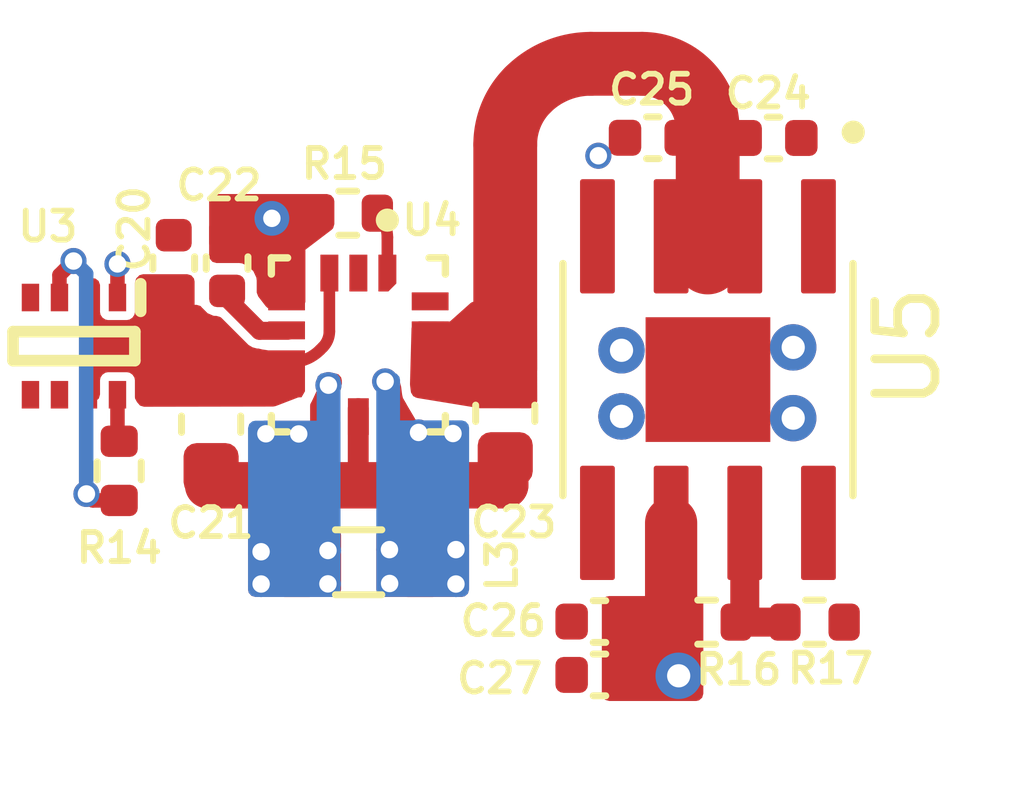
<source format=kicad_pcb>
(kicad_pcb (version 20240108) (generator "pcbnew") (generator_version "8.0")
  (layers (0 "F.Cu" signal) (1 "In1.Cu" signal) (2 "In2.Cu" signal) (31 "B.Cu" signal) (34 "B.Paste" user) (35 "F.Paste" user) (36 "B.SilkS" user "B.Silkscreen") (37 "F.SilkS" user "F.Silkscreen") (38 "B.Mask" user) (39 "F.Mask" user) (44 "Edge.Cuts" user))
  (net 0 "")
  (net 1 "GND")
  (net 2 "+3V3")
  (net 3 "VBUS")
  (net 4 "RBUS_uC_V")
  (net 5 "/Power/BBIN")
  (net 6 "/Power/BIAS")
  (net 7 "/Power/BBOUT")
  (net 8 "/Power/LX1")
  (net 9 "/Power/LX2")
  (net 10 "/Power/SEL")
  (net 11 "/Power/FBIn")
  (net 12 "Net-(U3-ST)")
  (footprint "Resistor_SMD:R_0402_1005Metric" (layer "F.Cu") (at 180.817285 91.79)
    (property "Reference" "R17" (at 0.272715 0.8 0) (layer "F.SilkS") (effects (font (size 0.5 0.5) (thickness 0.1))))
    (property "Value" "10k")
    (fp_line (start -0.153641 -0.38) (end 0.153641 -0.38) (stroke (width 0.12)) (layer "F.SilkS"))
    (fp_line (start -0.153641 0.38) (end 0.153641 0.38) (stroke (width 0.12)) (layer "F.SilkS"))
    (pad "1" smd roundrect (at -0.51 0) (size 0.54 0.64) (layers "F.Cu" "F.Paste" "F.Mask") (net 11 "/Power/FBIn"))
    (pad "2" smd roundrect (at 0.51 0) (size 0.54 0.64) (layers "F.Cu" "F.Paste" "F.Mask") (net 1 "GND"))
  )
  (footprint "Capacitor_SMD:C_0402_1005Metric" (layer "F.Cu") (at 178.03 83.44 180)
    (property "Reference" "C25" (at 0.02 0.83 0) (layer "F.SilkS") (effects (font (size 0.5 0.5) (thickness 0.1))))
    (property "Value" "4.7uF")
    (fp_line (start -0.107836 0.36) (end 0.107836 0.36) (stroke (width 0.12)) (layer "F.SilkS"))
    (fp_line (start -0.107836 -0.36) (end 0.107836 -0.36) (stroke (width 0.12)) (layer "F.SilkS"))
    (pad "1" smd roundrect (at -0.48 0 180) (size 0.56 0.62) (layers "F.Cu" "F.Paste" "F.Mask") (net 7 "/Power/BBOUT"))
    (pad "2" smd roundrect (at 0.48 0 180) (size 0.56 0.62) (layers "F.Cu" "F.Paste" "F.Mask") (net 1 "GND"))
  )
  (footprint "iclr:SOTFL50P160X60-8N" (layer "F.Cu") (at 168.05 87.032 -90)
    (property "Reference" "U3" (at -2.062 0.45 180) (layer "F.SilkS") (effects (font (size 0.5 0.5) (thickness 0.1))))
    (property "Value" "LM66200DRLR" (hide yes))
    (fp_line (start -0.25 1.05) (end -0.25 -1.05) (stroke (width 0.2)) (layer "F.SilkS"))
    (fp_line (start 0.25 1.05) (end -0.25 1.05) (stroke (width 0.2)) (layer "F.SilkS"))
    (fp_line (start -0.25 -1.05) (end 0.25 -1.05) (stroke (width 0.2)) (layer "F.SilkS"))
    (fp_line (start 0.25 -1.05) (end 0.25 1.05) (stroke (width 0.2)) (layer "F.SilkS"))
    (fp_line (start -1.075 -1.15) (end -0.6 -1.15) (stroke (width 0.2)) (layer "F.SilkS"))
    (pad "1" smd rect (at -0.838 -0.75) (size 0.3 0.475) (layers "F.Cu" "F.Paste" "F.Mask") (net 1 "GND"))
    (pad "2" smd rect (at -0.838 -0.25) (size 0.3 0.475) (layers "F.Cu" "F.Paste" "F.Mask") (net 5 "/Power/BBIN"))
    (pad "3" smd rect (at -0.838 0.25) (size 0.3 0.475) (layers "F.Cu" "F.Paste" "F.Mask") (net 3 "VBUS"))
    (pad "4" smd rect (at -0.838 0.75) (size 0.3 0.475) (layers "F.Cu" "F.Paste" "F.Mask") (net 1 "GND"))
    (pad "5" smd rect (at 0.838 0.75) (size 0.3 0.475) (layers "F.Cu" "F.Paste" "F.Mask") (net 1 "GND"))
    (pad "6" smd rect (at 0.838 0.25) (size 0.3 0.475) (layers "F.Cu" "F.Paste" "F.Mask") (net 4 "RBUS_uC_V"))
    (pad "7" smd rect (at 0.838 -0.25) (size 0.3 0.475) (layers "F.Cu" "F.Paste" "F.Mask") (net 5 "/Power/BBIN"))
    (pad "8" smd rect (at 0.838 -0.75) (size 0.3 0.475) (layers "F.Cu" "F.Paste" "F.Mask") (net 12 "Net-(U3-ST)"))
  )
  (footprint "Capacitor_SMD:C_0402_1005Metric" (layer "F.Cu") (at 177.11 92.7)
    (property "Reference" "C27" (at -1.72 0.06 180) (layer "F.SilkS") (effects (font (size 0.5 0.5) (thickness 0.1))))
    (property "Value" "0.1uF")
    (fp_line (start -0.107836 -0.36) (end 0.107836 -0.36) (stroke (width 0.12)) (layer "F.SilkS"))
    (fp_line (start -0.107836 0.36) (end 0.107836 0.36) (stroke (width 0.12)) (layer "F.SilkS"))
    (pad "1" smd roundrect (at -0.48 0) (size 0.56 0.62) (layers "F.Cu" "F.Paste" "F.Mask") (net 1 "GND"))
    (pad "2" smd roundrect (at 0.48 0) (size 0.56 0.62) (layers "F.Cu" "F.Paste" "F.Mask") (net 2 "+3V3"))
  )
  (footprint "Capacitor_SMD:C_0603_1608Metric" (layer "F.Cu") (at 175.485 88.19 -90)
    (property "Reference" "C23" (at 1.88 -0.145 180) (layer "F.SilkS") (effects (font (size 0.5 0.5) (thickness 0.1))))
    (property "Value" "22uF")
    (fp_line (start -0.14058 0.51) (end 0.14058 0.51) (stroke (width 0.12)) (layer "F.SilkS"))
    (fp_line (start -0.14058 -0.51) (end 0.14058 -0.51) (stroke (width 0.12)) (layer "F.SilkS"))
    (pad "1" smd roundrect (at -0.775 0 270) (size 0.9 0.95) (layers "F.Cu" "F.Paste" "F.Mask") (net 7 "/Power/BBOUT"))
    (pad "2" smd roundrect (at 0.775 0 270) (size 0.9 0.95) (layers "F.Cu" "F.Paste" "F.Mask") (net 1 "GND"))
  )
  (footprint "Resistor_SMD:R_0402_1005Metric" (layer "F.Cu") (at 168.83 89.182 90)
    (property "Reference" "R14" (at -1.328 0 0) (layer "F.SilkS") (effects (font (size 0.5 0.5) (thickness 0.1))))
    (property "Value" "10k")
    (fp_line (start -0.153641 -0.38) (end 0.153641 -0.38) (stroke (width 0.12)) (layer "F.SilkS"))
    (fp_line (start -0.153641 0.38) (end 0.153641 0.38) (stroke (width 0.12)) (layer "F.SilkS"))
    (pad "1" smd roundrect (at -0.51 0 90) (size 0.54 0.64) (layers "F.Cu" "F.Paste" "F.Mask") (net 3 "VBUS"))
    (pad "2" smd roundrect (at 0.51 0 90) (size 0.54 0.64) (layers "F.Cu" "F.Paste" "F.Mask") (net 12 "Net-(U3-ST)"))
  )
  (footprint "Capacitor_SMD:C_0402_1005Metric" (layer "F.Cu") (at 169.77 85.6 90)
    (property "Reference" "C20" (at 0.59 -0.68 -90) (layer "F.SilkS") (effects (font (size 0.5 0.5) (thickness 0.1))))
    (property "Value" "10uF")
    (fp_line (start -0.107836 -0.36) (end 0.107836 -0.36) (stroke (width 0.12)) (layer "F.SilkS"))
    (fp_line (start -0.107836 0.36) (end 0.107836 0.36) (stroke (width 0.12)) (layer "F.SilkS"))
    (pad "1" smd roundrect (at -0.48 0 90) (size 0.56 0.62) (layers "F.Cu" "F.Paste" "F.Mask") (net 5 "/Power/BBIN"))
    (pad "2" smd roundrect (at 0.48 0 90) (size 0.56 0.62) (layers "F.Cu" "F.Paste" "F.Mask") (net 1 "GND"))
  )
  (footprint "Resistor_SMD:R_0402_1005Metric" (layer "F.Cu") (at 178.957285 91.79)
    (property "Reference" "R16" (at 0.552715 0.82 0) (layer "F.SilkS") (effects (font (size 0.5 0.5) (thickness 0.1))))
    (property "Value" "56k")
    (fp_line (start -0.153641 -0.38) (end 0.153641 -0.38) (stroke (width 0.12)) (layer "F.SilkS"))
    (fp_line (start -0.153641 0.38) (end 0.153641 0.38) (stroke (width 0.12)) (layer "F.SilkS"))
    (pad "1" smd roundrect (at -0.51 0) (size 0.54 0.64) (layers "F.Cu" "F.Paste" "F.Mask") (net 2 "+3V3"))
    (pad "2" smd roundrect (at 0.51 0) (size 0.54 0.64) (layers "F.Cu" "F.Paste" "F.Mask") (net 11 "/Power/FBIn"))
  )
  (footprint "Resistor_SMD:R_0402_1005Metric" (layer "F.Cu") (at 172.77 84.74 180)
    (property "Reference" "R15" (at 0.06 0.85 180) (layer "F.SilkS") (effects (font (size 0.5 0.5) (thickness 0.1))))
    (property "Value" "14k")
    (fp_line (start -0.153641 0.38) (end 0.153641 0.38) (stroke (width 0.12)) (layer "F.SilkS"))
    (fp_line (start -0.153641 -0.38) (end 0.153641 -0.38) (stroke (width 0.12)) (layer "F.SilkS"))
    (pad "1" smd roundrect (at -0.51 0 180) (size 0.54 0.64) (layers "F.Cu" "F.Paste" "F.Mask") (net 10 "/Power/SEL"))
    (pad "2" smd roundrect (at 0.51 0 180) (size 0.54 0.64) (layers "F.Cu" "F.Paste" "F.Mask") (net 1 "GND"))
  )
  (footprint "Capacitor_SMD:C_0402_1005Metric" (layer "F.Cu") (at 180.109508 83.443814)
    (property "Reference" "C24" (at -0.09 -0.77 0) (layer "F.SilkS") (effects (font (size 0.5 0.5) (thickness 0.1))))
    (property "Value" "10uF")
    (fp_line (start -0.107836 -0.36) (end 0.107836 -0.36) (stroke (width 0.12)) (layer "F.SilkS"))
    (fp_line (start -0.107836 0.36) (end 0.107836 0.36) (stroke (width 0.12)) (layer "F.SilkS"))
    (pad "1" smd roundrect (at -0.48 0) (size 0.56 0.62) (layers "F.Cu" "F.Paste" "F.Mask") (net 7 "/Power/BBOUT"))
    (pad "2" smd roundrect (at 0.48 0) (size 0.56 0.62) (layers "F.Cu" "F.Paste" "F.Mask") (net 1 "GND"))
  )
  (footprint "iclr:SOIC127P599X175-9N" (layer "F.Cu") (at 178.979508 87.608814 -90)
    (property "Reference" "U5" (at -0.555885 -3.440825 90) (layer "F.SilkS") (effects (font (size 1.03889 1.03889))))
    (property "Value" "SC4215ASTRT")
    (fp_line (start -2 2.5) (end 2 2.5) (stroke (width 0.127)) (layer "F.SilkS"))
    (fp_line (start -2 -2.5) (end 2 -2.5) (stroke (width 0.127)) (layer "F.SilkS"))
    (fp_circle (center -4.265 -2.505) (end -4.165 -2.505) (stroke (width 0.2)) (fill none) (layer "F.SilkS"))
    (pad "1" smd roundrect (at -2.47 -1.905 270) (size 1.97 0.6) (layers "F.Cu" "F.Paste" "F.Mask") (roundrect_rratio 0.07))
    (pad "2" smd roundrect (at -2.47 -0.635 270) (size 1.97 0.6) (layers "F.Cu" "F.Paste" "F.Mask") (roundrect_rratio 0.07) (net 7 "/Power/BBOUT"))
    (pad "3" smd roundrect (at -2.47 0.635 270) (size 1.97 0.6) (layers "F.Cu" "F.Paste" "F.Mask") (roundrect_rratio 0.07) (net 7 "/Power/BBOUT"))
    (pad "4" smd roundrect (at -2.47 1.905 270) (size 1.97 0.6) (layers "F.Cu" "F.Paste" "F.Mask") (roundrect_rratio 0.07))
    (pad "5" smd roundrect (at 2.47 1.905 270) (size 1.97 0.6) (layers "F.Cu" "F.Paste" "F.Mask") (roundrect_rratio 0.07))
    (pad "6" smd roundrect (at 2.47 0.635 270) (size 1.97 0.6) (layers "F.Cu" "F.Paste" "F.Mask") (roundrect_rratio 0.07) (net 2 "+3V3"))
    (pad "7" smd roundrect (at 2.47 -0.635 270) (size 1.97 0.6) (layers "F.Cu" "F.Paste" "F.Mask") (roundrect_rratio 0.07) (net 11 "/Power/FBIn"))
    (pad "8" smd roundrect (at 2.47 -1.905 270) (size 1.97 0.6) (layers "F.Cu" "F.Paste" "F.Mask") (roundrect_rratio 0.07) (net 1 "GND"))
    (pad "9" smd rect (at 0 0) (size 2.15 2.15) (layers "F.Cu" "F.Mask") (net 1 "GND"))
  )
  (footprint "Capacitor_SMD:C_0402_1005Metric" (layer "F.Cu") (at 177.11 91.78)
    (property "Reference" "C26" (at -1.66 -0.01 0) (layer "F.SilkS") (effects (font (size 0.5 0.5) (thickness 0.1))))
    (property "Value" "10uF")
    (fp_line (start -0.107836 -0.36) (end 0.107836 -0.36) (stroke (width 0.12)) (layer "F.SilkS"))
    (fp_line (start -0.107836 0.36) (end 0.107836 0.36) (stroke (width 0.12)) (layer "F.SilkS"))
    (pad "1" smd roundrect (at -0.48 0) (size 0.56 0.62) (layers "F.Cu" "F.Paste" "F.Mask") (net 1 "GND"))
    (pad "2" smd roundrect (at 0.48 0) (size 0.56 0.62) (layers "F.Cu" "F.Paste" "F.Mask") (net 2 "+3V3"))
  )
  (footprint "iclr:CONV_MAX77827AEFD+T" (layer "F.Cu") (at 172.952926 87.01 -90)
    (property "Reference" "U4" (at -2.15 -1.267074 0) (layer "F.SilkS") (effects (font (size 0.5 0.5) (thickness 0.1))))
    (property "Value" "MAX77827AEFD+T")
    (fp_line (start -1.5 1.5) (end -1.22 1.5) (stroke (width 0.127)) (layer "F.SilkS"))
    (fp_line (start -1.5 1.5) (end -1.5 1.22) (stroke (width 0.127)) (layer "F.SilkS"))
    (fp_line (start 1.5 1.5) (end 1.22 1.5) (stroke (width 0.127)) (layer "F.SilkS"))
    (fp_line (start 1.5 1.5) (end 1.5 1.22) (stroke (width 0.127)) (layer "F.SilkS"))
    (fp_line (start -1.5 -1.5) (end -1.5 -1.22) (stroke (width 0.127)) (layer "F.SilkS"))
    (fp_line (start -1.5 -1.5) (end -1.22 -1.5) (stroke (width 0.127)) (layer "F.SilkS"))
    (fp_line (start 1.5 -1.5) (end 1.5 -1.22) (stroke (width 0.127)) (layer "F.SilkS"))
    (fp_line (start 1.5 -1.5) (end 1.22 -1.5) (stroke (width 0.127)) (layer "F.SilkS"))
    (fp_circle (center -2.15 -0.5) (end -2.05 -0.5) (stroke (width 0.2)) (fill none) (layer "F.SilkS"))
    (pad "1" smd custom (at -1.3 -0.5 270) (size 0.1 0.1) (layers "F.Cu") (net 10 "/Power/SEL") (options (clearance outline) (anchor rect)) (primitives (gr_poly (pts (xy -0.25 -0.15) (xy -0.25 0.15) (xy 0.375 0.15) (xy 0.375 -0.015) (xy 0.24 -0.15)) (width 0.01) (fill yes))))
    (pad "2" smd custom (at -1.3 0 270) (size 0.1 0.1) (layers "F.Cu") (options (clearance outline) (anchor rect)) (primitives (gr_poly (pts (xy -0.25 -0.15) (xy -0.25 0.15) (xy 0.375 0.15) (xy 0.375 -0.15)) (width 0.01) (fill yes))))
    (pad "3" smd custom (at -1.3 0.5 270) (size 0.1 0.1) (layers "F.Cu") (net 5 "/Power/BBIN") (options (clearance outline) (anchor rect)) (primitives (gr_poly (pts (xy -0.25 -0.15) (xy -0.25 0.15) (xy 0.375 0.15) (xy 0.375 -0.15)) (width 0.01) (fill yes))))
    (pad "4" smd custom (at -0.8 1.2 270) (size 0.1 0.1) (layers "F.Cu") (net 1 "GND") (options (clearance outline) (anchor rect)) (primitives (gr_poly (pts (xy -0.1 -0.275) (xy -0.1 0.35) (xy 0.2 0.35) (xy 0.2 -0.275)) (width 0.01) (fill yes))))
    (pad "5" smd custom (at -0.3 1.2 270) (size 0.1 0.1) (layers "F.Cu") (net 6 "/Power/BIAS") (options (clearance outline) (anchor rect)) (primitives (gr_poly (pts (xy -0.1 -0.275) (xy -0.1 0.35) (xy 0.2 0.35) (xy 0.2 -0.275)) (width 0.01) (fill yes))))
    (pad "6" smd custom (at 0.3 1.2 270) (size 0.1 0.1) (layers "F.Cu") (net 5 "/Power/BBIN") (options (clearance outline) (anchor rect)) (primitives (gr_poly (pts (xy -0.2 -0.275) (xy -0.2 0.35) (xy 0.6 0.35) (xy 0.6 -0.217) (xy 0.499 -0.275)) (width 0.01) (fill yes))))
    (pad "8" smd custom (at 1.1 0.6 270) (size 0.1 0.1) (layers "F.Cu") (net 8 "/Power/LX1") (options (clearance outline) (anchor rect)) (primitives (gr_poly (pts (xy -0.175 -0.125) (xy -0.175 0.167) (xy -0.074 0.225) (xy 0.45 0.225) (xy 0.45 -0.125)) (width 0.01) (fill yes))))
    (pad "9" smd custom (at 1.1 0 270) (size 0.1 0.1) (layers "F.Cu") (net 1 "GND") (options (clearance outline) (anchor rect)) (primitives (gr_poly (pts (xy -0.175 -0.175) (xy -0.175 0.175) (xy 0.45 0.175) (xy 0.45 -0.175)) (width 0.01) (fill yes))))
    (pad "10" smd custom (at 1.1 -0.7 270) (size 0.1 0.1) (layers "F.Cu") (net 9 "/Power/LX2") (options (clearance outline) (anchor rect)) (primitives (gr_poly (pts (xy -0.175 0.225) (xy -0.175 -0.067) (xy -0.074 -0.125) (xy 0.45 -0.125) (xy 0.45 0.225)) (width 0.01) (fill yes))))
    (pad "11" smd custom (at 0.5 -1.3 270) (size 0.1 0.1) (layers "F.Cu") (net 7 "/Power/BBOUT") (options (clearance outline) (anchor rect)) (primitives (gr_poly (pts (xy -0.4 0.375) (xy -0.4 -0.25) (xy 0.4 -0.25) (xy 0.4 0.317) (xy 0.299 0.375)) (width 0.01) (fill yes))))
    (pad "13" smd custom (at -0.3 -1.3 270) (size 0.1 0.1) (layers "F.Cu") (net 7 "/Power/BBOUT") (options (clearance outline) (anchor rect)) (primitives (gr_poly (pts (xy -0.1 0.375) (xy -0.1 -0.25) (xy 0.2 -0.25) (xy 0.2 0.375)) (width 0.01) (fill yes))))
    (pad "14" smd custom (at -0.8 -1.3 270) (size 0.1 0.1) (layers "F.Cu") (options (clearance outline) (anchor rect)) (primitives (gr_poly (pts (xy -0.1 0.375) (xy -0.1 -0.25) (xy 0.2 -0.25) (xy 0.2 0.375)) (width 0.01) (fill yes))))
  )
  (footprint "Capacitor_SMD:C_0603_1608Metric" (layer "F.Cu") (at 170.414377 88.377856 -90)
    (property "Reference" "C21" (at 1.702144 0.004377 180) (layer "F.SilkS") (effects (font (size 0.5 0.5) (thickness 0.1))))
    (property "Value" "10uF")
    (fp_line (start -0.14058 0.51) (end 0.14058 0.51) (stroke (width 0.12)) (layer "F.SilkS"))
    (fp_line (start -0.14058 -0.51) (end 0.14058 -0.51) (stroke (width 0.12)) (layer "F.SilkS"))
    (pad "1" smd roundrect (at -0.775 0 270) (size 0.9 0.95) (layers "F.Cu" "F.Paste" "F.Mask") (net 5 "/Power/BBIN"))
    (pad "2" smd roundrect (at 0.775 0 270) (size 0.9 0.95) (layers "F.Cu" "F.Paste" "F.Mask") (net 1 "GND"))
  )
  (footprint "Capacitor_SMD:C_0402_1005Metric" (layer "F.Cu") (at 170.69 85.6 90)
    (property "Reference" "C22" (at 1.34 -0.14 180) (layer "F.SilkS") (effects (font (size 0.5 0.5) (thickness 0.1))))
    (property "Value" "1uF")
    (fp_line (start -0.107836 -0.36) (end 0.107836 -0.36) (stroke (width 0.12)) (layer "F.SilkS"))
    (fp_line (start -0.107836 0.36) (end 0.107836 0.36) (stroke (width 0.12)) (layer "F.SilkS"))
    (pad "1" smd roundrect (at -0.48 0 90) (size 0.56 0.62) (layers "F.Cu" "F.Paste" "F.Mask") (net 6 "/Power/BIAS"))
    (pad "2" smd roundrect (at 0.48 0 90) (size 0.56 0.62) (layers "F.Cu" "F.Paste" "F.Mask") (net 1 "GND"))
  )
  (footprint "Inductor_SMD:L_0805_2012Metric" (layer "F.Cu") (at 172.957566 90.757961)
    (property "Reference" "L3" (at 2.470434 0.052039 90) (layer "F.SilkS") (effects (font (size 0.5 0.5) (thickness 0.1))))
    (property "Value" "1uH")
    (fp_line (start -0.399622 -0.56) (end 0.399622 -0.56) (stroke (width 0.12)) (layer "F.SilkS"))
    (fp_line (start -0.399622 0.56) (end 0.399622 0.56) (stroke (width 0.12)) (layer "F.SilkS"))
    (pad "1" smd roundrect (at -1.0625 0) (size 0.875 1.2) (layers "F.Cu" "F.Paste" "F.Mask") (net 8 "/Power/LX1"))
    (pad "2" smd roundrect (at 1.0625 0) (size 0.875 1.2) (layers "F.Cu" "F.Paste" "F.Mask") (net 9 "/Power/LX2"))
  )
  (segment (start 175.481 89.431) (end 175.485 89.427) (width 0.8) (layer "F.Cu") (net 1))
  (segment (start 172.950705 88.10939) (end 172.950705 89.241165) (width 0.36) (layer "F.Cu") (net 1))
  (segment (start 170.362537 89.431) (end 175.481 89.431) (width 0.8) (layer "F.Cu") (net 1))
  (segment (start 172.952926 89.241775) (end 172.944701 89.25) (width 0.25) (layer "F.Cu") (net 1))
  (segment (start 175.485 89.427) (end 175.485 88.965) (width 0.8) (layer "F.Cu") (net 1))
  (segment (start 168.8 86.194) (end 168.8 85.615) (width 0.25) (layer "F.Cu") (net 1))
  (via (at 171.462 84.829) (size 0.6) (drill 0.3) (layers "F.Cu" "B.Cu") (net 1))
  (via (at 177.09 83.75) (size 0.45) (drill 0.3) (layers "F.Cu" "B.Cu") (net 1))
  (via (at 177.489508 88.243814) (size 0.8) (drill 0.4) (layers "F.Cu" "B.Cu") (net 1))
  (via (at 180.449508 88.273814) (size 0.8) (drill 0.4) (layers "F.Cu" "B.Cu") (net 1))
  (via (at 180.449508 87.053814) (size 0.8) (drill 0.4) (layers "F.Cu" "B.Cu") (net 1))
  (via (at 177.489508 88.243814) (size 0.8) (drill 0.4) (layers "F.Cu" "B.Cu") (net 1))
  (via (at 168.8 85.615) (size 0.45) (drill 0.3) (layers "F.Cu" "B.Cu") (net 1))
  (via (at 177.489508 87.103814) (size 0.8) (drill 0.4) (layers "F.Cu" "B.Cu") (net 1))
  (segment (start 178.344508 90.078814) (end 178.344508 91.687223) (width 0.9) (layer "F.Cu") (net 2))
  (via (at 178.475 92.715) (size 0.8) (drill 0.4) (layers "F.Cu" "B.Cu") (net 2))
  (segment (start 168.83 89.692) (end 168.888 89.692) (width 0.25) (layer "F.Cu") (net 3))
  (segment (start 168.83 89.692) (end 168.377 89.692) (width 0.25) (layer "F.Cu") (net 3))
  (segment (start 167.8 86.194) (end 167.8 85.806917) (width 0.25) (layer "F.Cu") (net 3))
  (segment (start 168.377 89.692) (end 168.265 89.58) (width 0.25) (layer "F.Cu") (net 3))
  (segment (start 167.8 85.806917) (end 168.042084 85.564833) (width 0.25) (layer "F.Cu") (net 3))
  (via (at 168.042084 85.564833) (size 0.45) (drill 0.3) (layers "F.Cu" "B.Cu") (net 3))
  (via (at 168.265 89.58) (size 0.45) (drill 0.3) (layers "F.Cu" "B.Cu") (net 3))
  (segment (start 168.26 89.575) (end 168.26 85.782749) (width 0.25) (layer "B.Cu") (net 3))
  (segment (start 168.26 85.782749) (end 168.042084 85.564833) (width 0.25) (layer "B.Cu") (net 3))
  (segment (start 168.265 89.58) (end 168.26 89.575) (width 0.25) (layer "B.Cu") (net 3))
  (segment (start 172.452926 85.71) (end 172.452926 86.777373) (width 0.2) (layer "F.Cu") (net 5))
  (segment (start 172.34 87.05) (end 172.292132 87.097868) (width 0.2) (layer "F.Cu") (net 5))
  (segment (start 168.3 86.194) (end 168.3 87.87) (width 0.25) (layer "F.Cu") (net 5))
  (arc (start 172.292132 87.097868) (mid 172.057163 87.254869) (end 171.78 87.31) (width 0.2) (layer "F.Cu") (net 5))
  (arc (start 172.452926 86.777373) (mid 172.423577 86.924918) (end 172.34 87.05) (width 0.2) (layer "F.Cu") (net 5))
  (segment (start 170.69 86.08) (end 170.69 86.173764) (width 0.25) (layer "F.Cu") (net 6))
  (segment (start 170.671882 86.191882) (end 171.248118 86.768118) (width 0.31) (layer "F.Cu") (net 6))
  (segment (start 171.248118 86.768118) (end 171.734808 86.768118) (width 0.31) (layer "F.Cu") (net 6))
  (segment (start 170.69 86.173764) (end 170.671882 86.191882) (width 0.25) (layer "F.Cu") (net 6))
  (segment (start 176.961396 82.165) (end 177.84365 82.165) (width 1.1) (layer "F.Cu") (net 7))
  (segment (start 175.485 87.415) (end 175.485 83.556543) (width 1.1) (layer "F.Cu") (net 7))
  (segment (start 178.975 83.29635) (end 178.975 85.59) (width 1.1) (layer "F.Cu") (net 7))
  (segment (start 179.614508 85.138814) (end 178.344508 85.138814) (width 0.25) (layer "F.Cu") (net 7))
  (arc (start 177.84365 82.165) (mid 178.643635 82.496365) (end 178.975 83.29635) (width 1.1) (layer "F.Cu") (net 7))
  (arc (start 175.485 83.556543) (mid 175.586358 83.046984) (end 175.875 82.615) (width 1.1) (layer "F.Cu") (net 7))
  (arc (start 175.875 82.615) (mid 176.373442 82.281951) (end 176.961396 82.165) (width 1.1) (layer "F.Cu") (net 7))
  (via (at 171.358495 88.542804) (size 0.45) (drill 0.3) (layers "F.Cu" "B.Cu") (net 8))
  (via (at 172.42959 90.555244) (size 0.45) (drill 0.3) (layers "F.Cu" "B.Cu") (net 8))
  (via (at 171.924677 88.545738) (size 0.45) (drill 0.3) (layers "F.Cu" "B.Cu") (net 8))
  (via (at 171.275961 90.576736) (size 0.45) (drill 0.3) (layers "F.Cu" "B.Cu") (net 8))
  (via (at 172.428243 91.130497) (size 0.45) (drill 0.3) (layers "F.Cu" "B.Cu") (net 8))
  (via (at 172.436814 87.705278) (size 0.45) (drill 0.3) (layers "F.Cu" "B.Cu") (net 8))
  (via (at 171.27655 91.132958) (size 0.45) (drill 0.3) (layers "F.Cu" "B.Cu") (net 8))
  (via (at 173.491691 91.12392) (size 0.45) (drill 0.3) (layers "F.Cu" "B.Cu") (net 9))
  (via (at 173.415 87.64) (size 0.45) (drill 0.3) (layers "F.Cu" "B.Cu") (net 9))
  (via (at 173.99 88.52) (size 0.45) (drill 0.3) (layers "F.Cu" "B.Cu") (net 9))
  (via (at 174.635177 91.132978) (size 0.45) (drill 0.3) (layers "F.Cu" "B.Cu") (net 9))
  (via (at 174.635177 90.54) (size 0.45) (drill 0.3) (layers "F.Cu" "B.Cu") (net 9))
  (via (at 173.488787 90.54) (size 0.45) (drill 0.3) (layers "F.Cu" "B.Cu") (net 9))
  (via (at 174.584257 88.53848) (size 0.45) (drill 0.3) (layers "F.Cu" "B.Cu") (net 9))
  (segment (start 173.452926 85.71) (end 173.452926 85.15748) (width 0.2) (layer "F.Cu") (net 10))
  (arc (start 173.452926 85.15748) (mid 173.407984 84.931541) (end 173.28 84.74) (width 0.2) (layer "F.Cu") (net 10))
  (segment (start 179.467285 91.79) (end 180.307285 91.79) (width 0.5) (layer "F.Cu") (net 11))
  (segment (start 179.614508 91.642777) (end 179.467285 91.79) (width 0.25) (layer "F.Cu") (net 11))
  (segment (start 179.614508 90.078814) (end 179.614508 91.642777) (width 0.5) (layer "F.Cu") (net 11))
  (segment (start 168.8 87.87) (end 168.8 88.642) (width 0.25) (layer "F.Cu") (net 12))
  (segment (start 168.8 88.642) (end 168.83 88.672) (width 0.25) (layer "F.Cu") (net 12))
  (zone (net 5) (net_name "/Power/BBIN") (layer "F.Cu") (connect_pads (clearance 0.2)) (min_thickness 0.254) (fill yes (thermal_gap 0.508) (thermal_bridge_width 0.508))
    (polygon (pts (xy 172.030647 87.914922) (xy 171.907927 87.914922) (xy 171.397541 87.912641) (xy 171.397541 87.104182) (xy 172.030646 87.104182)))
  )
  (zone (net 1) (net_name "GND") (layer "F.Cu") (priority 5) (connect_pads yes (clearance 0.2)) (min_thickness 0.254) (fill yes (thermal_gap 0.508) (thermal_bridge_width 0.508) (smoothing fillet) (radius 0.1) (island_removal_mode 2) (island_area_min 0))
    (polygon (pts (xy 172.54 84.99) (xy 172.04 85.37) (xy 172.04 86.43) (xy 171.4125 86.4175) (xy 171.025 85.915) (xy 170.38 85.92) (xy 170.38 84.41) (xy 172.54 84.41)))
  )
  (zone (net 5) (net_name "/Power/BBIN") (layer "F.Cu") (priority 5) (connect_pads yes (clearance 0)) (min_thickness 0.254) (fill yes (thermal_gap 0.508) (thermal_bridge_width 0.508))
    (polygon (pts (xy 170.73 86.514835) (xy 171.293 87.089) (xy 171.398 87.104) (xy 171.785 87.448) (xy 171.964 87.898) (xy 171.506 88.074) (xy 169.13088 88.077482) (xy 169.130886 87.992) (xy 168.23 87.992) (xy 168.23 85.792) (xy 170.73 85.792)))
  )
  (zone (net 7) (net_name "/Power/BBOUT") (layer "F.Cu") (priority 5) (connect_pads yes (clearance 0)) (min_thickness 0.254) (fill yes (thermal_gap 0.508) (thermal_bridge_width 0.508) (smoothing fillet) (radius 0.1))
    (polygon (pts (xy 176.032883 86.262002) (xy 176.033174 86.649475) (xy 176.033112 86.649475) (xy 176.037475 88.104499) (xy 175.048 88.103) (xy 173.837 87.905) (xy 173.872 86.604) (xy 174.531073 86.607023) (xy 174.92 86.26)))
  )
  (zone (net 2) (net_name "+3V3") (layer "F.Cu") (priority 1) (connect_pads yes (clearance 0.2)) (min_thickness 0.254) (fill yes (thermal_gap 0.508) (thermal_bridge_width 0.508) (smoothing fillet) (radius 0.1))
    (polygon (pts (xy 178.9 93.15) (xy 177.15 93.15) (xy 177.15 91.34) (xy 178.9 91.34)))
  )
  (zone (net 0) (net_name "") (layer "F.Cu") (name "gnda connection override") (connect_pads yes (clearance 0)) (min_thickness 0.254)
    (keepout (tracks not_allowed) (vias not_allowed) (pads not_allowed) (copperpour not_allowed) (footprints allowed))
    (fill (thermal_gap 0.508) (thermal_bridge_width 0.508) (island_removal_mode 2) (island_area_min 0))
    (polygon (pts (xy 170.379733 84.159894) (xy 172.539184 84.159894) (xy 172.539185 84.159817) (xy 172.789185 84.159817) (xy 172.789184 85.320134) (xy 172.539184 85.320134) (xy 172.539184 84.409894) (xy 170.379733 84.409894) (xy 170.379733 86.320125) (xy 170.129733 86.320125) (xy 170.129734 84.159808) (xy 170.379734 84.159808)))
  )
  (zone (net 9) (net_name "/Power/LX2") (layer "F.Cu") (priority 5) (connect_pads yes (clearance 0)) (min_thickness 0.254) (fill yes (thermal_gap 0.508) (thermal_bridge_width 0.508) (smoothing fillet) (radius 0.1))
    (polygon (pts (xy 173.689811 87.72734) (xy 173.708 87.871) (xy 173.723 87.933) (xy 173.950967 88.319) (xy 174.6 88.319) (xy 174.601467 88.720398) (xy 173.423026 88.721398) (xy 173.423 88.319) (xy 173.423908 88.319) (xy 173.423 87.936) (xy 173.258178 87.811032) (xy 173.257178 87.491032) (xy 173.621811 87.48934)))
  )
  (zone (net 9) (net_name "/Power/LX2") (layer "F.Cu") (priority 5) (connect_pads yes (clearance 0)) (min_thickness 0.254) (fill yes (thermal_gap 0.508) (thermal_bridge_width 0.508) (smoothing fillet) (radius 0.1))
    (polygon (pts (xy 174.861 91.356) (xy 173.262 91.356) (xy 173.262 90.156) (xy 174.861 90.156)))
  )
  (zone (net 8) (net_name "/Power/LX1") (layer "F.Cu") (priority 5) (connect_pads (clearance 0)) (min_thickness 0.254) (fill yes (thermal_gap 0.508) (thermal_bridge_width 0.508) (smoothing fillet) (radius 0.1))
    (polygon (pts (xy 172.655 91.356) (xy 171.051 91.356) (xy 171.051 90.156) (xy 172.655 90.156)))
  )
  (zone (net 8) (net_name "/Power/LX1") (layer "F.Cu") (priority 5) (connect_pads yes (clearance 0)) (min_thickness 0.254) (fill yes (thermal_gap 0.508) (thermal_bridge_width 0.508) (smoothing fillet) (radius 0.1))
    (polygon (pts (xy 172.671279 87.706768) (xy 172.481 88.005) (xy 172.482531 88.319636) (xy 172.482997 88.319636) (xy 172.484464 88.721034) (xy 171.306023 88.722034) (xy 171.305997 88.319636) (xy 172.123741 88.319636) (xy 172.123 88.044) (xy 172.234 87.804) (xy 172.231 87.532) (xy 172.230861 87.499255) (xy 172.661708 87.497743)))
  )
  (zone (net 9) (net_name "/Power/LX2") (layer "B.Cu") (priority 5) (connect_pads (clearance 0)) (min_thickness 0.254) (fill yes (thermal_gap 0.508) (thermal_bridge_width 0.508) (smoothing fillet) (radius 0.1))
    (polygon (pts (xy 173.672002 88.312211) (xy 174.861977 88.312211) (xy 174.861976 91.35478) (xy 173.262548 91.35478) (xy 173.262548 90.629998) (xy 173.261717 87.490383) (xy 173.671784 87.48835)))
  )
  (zone (net 8) (net_name "/Power/LX1") (layer "B.Cu") (priority 5) (connect_pads (clearance 0)) (min_thickness 0.254) (fill yes (thermal_gap 0.508) (thermal_bridge_width 0.508) (smoothing fillet) (radius 0.1))
    (polygon (pts (xy 172.644482 88.317417) (xy 172.645 88.317417) (xy 172.645 90.183282) (xy 172.645156 90.745063) (xy 172.645 90.745063) (xy 172.645 91.356) (xy 171.051 91.356) (xy 171.051 88.317417) (xy 172.234414 88.317417) (xy 172.234186 87.495249) (xy 172.644253 87.493216)))
  )
)
</source>
